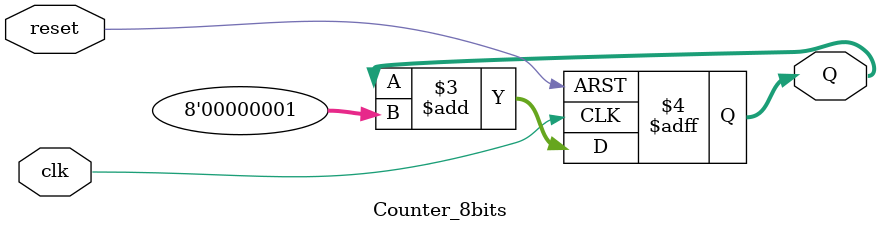
<source format=v>
module Counter_8bits
(
	input reset,clk,
	output reg [7:0] Q
);
	always @(posedge clk , negedge reset)
		if (!reset)
			Q <= 8'd0;
		else
			Q <= Q + 8'd1 ;
endmodule
</source>
